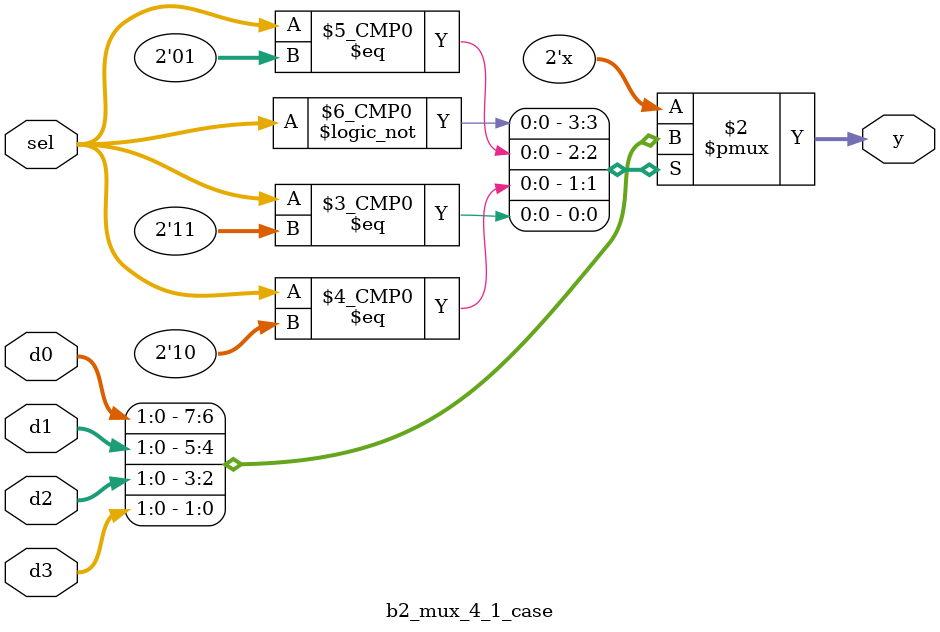
<source format=v>
module b2_mux_4_1_case
(
    input      [1:0] d0, d1, d2, d3,
    input      [1:0] sel,
    output reg [1:0] y
);
    always @(*)
        case (sel)
        2'b00: y = d0;
        2'b01: y = d1;
        2'b10: y = d2;
        2'b11: y = d3;
        endcase
endmodule
</source>
